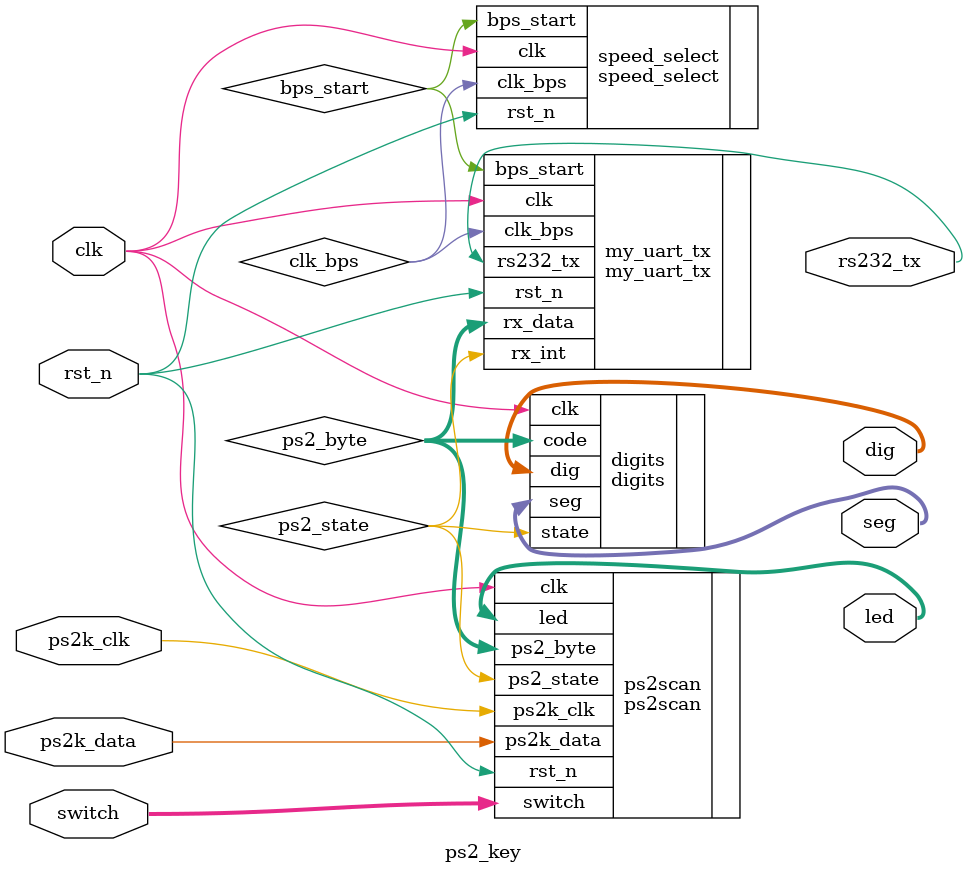
<source format=v>

/*
 FPGA Project: PS/2 Keyboard typing to RS-232 connected terminal
*/


`timescale 1ns / 1ps

module ps2_key(
	input clk,
	input rst_n,
	input[3:0] switch,
	inout ps2k_clk,
	inout ps2k_data,
	output rs232_tx,
	output[3:0] dig,
	output[7:0] seg,
	output[3:0] led);

wire[7:0] ps2_byte;	// last byte read from PS/2 device
wire ps2_state;		// state of PS/2 port (low = resetting)

wire bps_start;		
wire clk_bps;		

ps2scan			ps2scan(	.clk(clk),
								.rst_n(rst_n),
								.switch(switch),
								.ps2k_clk(ps2k_clk),
								.ps2k_data(ps2k_data),
								.ps2_byte(ps2_byte),
								.ps2_state(ps2_state),
								.led(led)
								);

speed_select	speed_select(	.clk(clk),
										.rst_n(rst_n),
										.bps_start(bps_start),
										.clk_bps(clk_bps)
										);

my_uart_tx		my_uart_tx(		.clk(clk),
										.rst_n(rst_n),
										.clk_bps(clk_bps),
										.rx_data(ps2_byte),
										.rx_int(ps2_state),
										.rs232_tx(rs232_tx),
										.bps_start(bps_start)
										);
										
digits			digits(	.clk(clk),
								.state(ps2_state),
								.code(ps2_byte),
								.dig(dig),
								.seg(seg)
								);

endmodule

</source>
